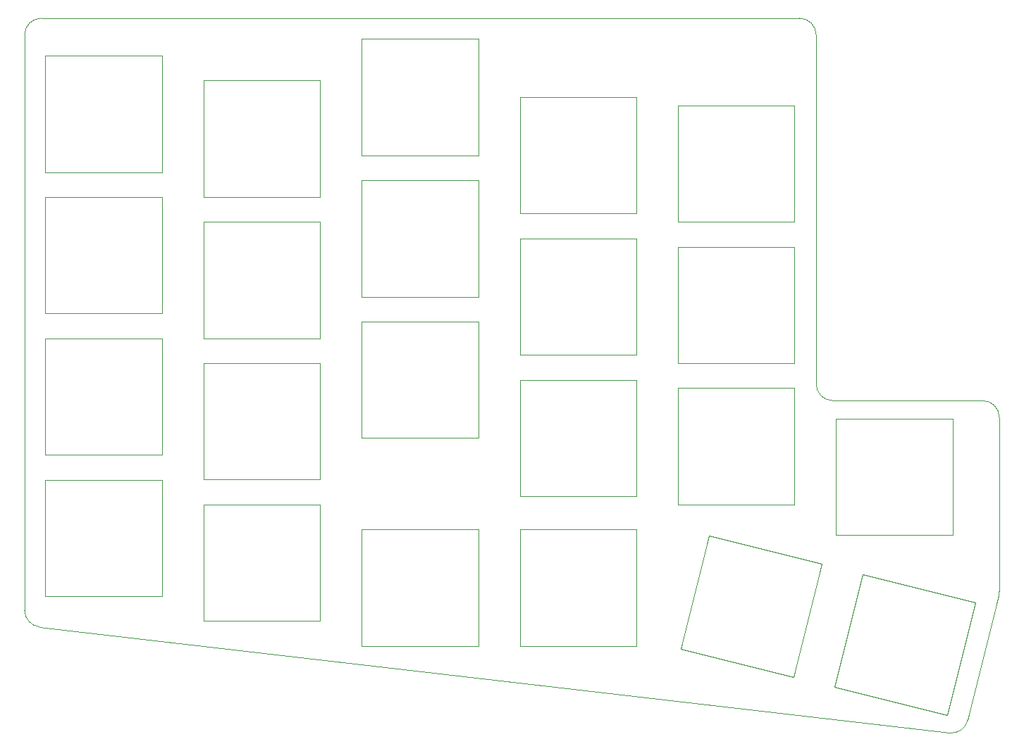
<source format=gbr>
%TF.GenerationSoftware,KiCad,Pcbnew,(5.1.0)-1*%
%TF.CreationDate,2021-02-23T00:40:23+09:00*%
%TF.ProjectId,topplate,746f7070-6c61-4746-952e-6b696361645f,rev?*%
%TF.SameCoordinates,Original*%
%TF.FileFunction,Profile,NP*%
%FSLAX46Y46*%
G04 Gerber Fmt 4.6, Leading zero omitted, Abs format (unit mm)*
G04 Created by KiCad (PCBNEW (5.1.0)-1) date 2021-02-23 00:40:23*
%MOMM*%
%LPD*%
G04 APERTURE LIST*
%ADD10C,0.050000*%
G04 APERTURE END LIST*
D10*
X162218119Y-122276769D02*
X158831212Y-135860909D01*
X158831212Y-135860909D02*
X172415352Y-139247816D01*
X180658119Y-126866769D02*
X194242259Y-130253676D01*
X180658119Y-126866769D02*
X177271212Y-140450909D01*
X177271212Y-140450909D02*
X190855352Y-143837816D01*
X194242259Y-130253676D02*
X190855352Y-143837816D01*
X162218119Y-122276769D02*
X175802259Y-125663676D01*
X175802259Y-125663676D02*
X172415352Y-139247816D01*
X177500000Y-108180000D02*
X191500000Y-108180000D01*
X177500000Y-122180000D02*
X191500000Y-122180000D01*
X191500000Y-108180000D02*
X191500000Y-122180000D01*
X177500000Y-108180000D02*
X177500000Y-122180000D01*
X139500000Y-121500000D02*
X153500000Y-121500000D01*
X139500000Y-135500000D02*
X153500000Y-135500000D01*
X153500000Y-121500000D02*
X153500000Y-135500000D01*
X139500000Y-121500000D02*
X139500000Y-135500000D01*
X158500000Y-104500000D02*
X172500000Y-104500000D01*
X158500000Y-118500000D02*
X172500000Y-118500000D01*
X172500000Y-104500000D02*
X172500000Y-118500000D01*
X158500000Y-104500000D02*
X158500000Y-118500000D01*
X158500000Y-87500000D02*
X172500000Y-87500000D01*
X158500000Y-101500000D02*
X172500000Y-101500000D01*
X172500000Y-87500000D02*
X172500000Y-101500000D01*
X158500000Y-87500000D02*
X158500000Y-101500000D01*
X158500000Y-70500000D02*
X172500000Y-70500000D01*
X158500000Y-84500000D02*
X172500000Y-84500000D01*
X172500000Y-70500000D02*
X172500000Y-84500000D01*
X158500000Y-70500000D02*
X158500000Y-84500000D01*
X139500000Y-103500000D02*
X153500000Y-103500000D01*
X139500000Y-117500000D02*
X153500000Y-117500000D01*
X153500000Y-103500000D02*
X153500000Y-117500000D01*
X139500000Y-103500000D02*
X139500000Y-117500000D01*
X139500000Y-86500000D02*
X153500000Y-86500000D01*
X139500000Y-100500000D02*
X153500000Y-100500000D01*
X153500000Y-86500000D02*
X153500000Y-100500000D01*
X139500000Y-86500000D02*
X139500000Y-100500000D01*
X139500000Y-69500000D02*
X153500000Y-69500000D01*
X139500000Y-83500000D02*
X153500000Y-83500000D01*
X153500000Y-69500000D02*
X153500000Y-83500000D01*
X139500000Y-69500000D02*
X139500000Y-83500000D01*
X120500000Y-121500000D02*
X134500000Y-121500000D01*
X120500000Y-135500000D02*
X134500000Y-135500000D01*
X134500000Y-121500000D02*
X134500000Y-135500000D01*
X120500000Y-121500000D02*
X120500000Y-135500000D01*
X120500000Y-96500000D02*
X134500000Y-96500000D01*
X120500000Y-110500000D02*
X134500000Y-110500000D01*
X134500000Y-96500000D02*
X134500000Y-110500000D01*
X120500000Y-96500000D02*
X120500000Y-110500000D01*
X120500000Y-79500000D02*
X134500000Y-79500000D01*
X120500000Y-93500000D02*
X134500000Y-93500000D01*
X134500000Y-79500000D02*
X134500000Y-93500000D01*
X120500000Y-79500000D02*
X120500000Y-93500000D01*
X120500000Y-62500000D02*
X134500000Y-62500000D01*
X120500000Y-76500000D02*
X134500000Y-76500000D01*
X134500000Y-62500000D02*
X134500000Y-76500000D01*
X120500000Y-62500000D02*
X120500000Y-76500000D01*
X101500000Y-118500000D02*
X115500000Y-118500000D01*
X101500000Y-132500000D02*
X115500000Y-132500000D01*
X115500000Y-118500000D02*
X115500000Y-132500000D01*
X101500000Y-118500000D02*
X101500000Y-132500000D01*
X101500000Y-101500000D02*
X115500000Y-101500000D01*
X101500000Y-115500000D02*
X115500000Y-115500000D01*
X115500000Y-101500000D02*
X115500000Y-115500000D01*
X101500000Y-101500000D02*
X101500000Y-115500000D01*
X101500000Y-84500000D02*
X115500000Y-84500000D01*
X101500000Y-98500000D02*
X115500000Y-98500000D01*
X115500000Y-84500000D02*
X115500000Y-98500000D01*
X101500000Y-84500000D02*
X101500000Y-98500000D01*
X101500000Y-67500000D02*
X115500000Y-67500000D01*
X101500000Y-81500000D02*
X115500000Y-81500000D01*
X115500000Y-67500000D02*
X115500000Y-81500000D01*
X101500000Y-67500000D02*
X101500000Y-81500000D01*
X82500000Y-115520000D02*
X96500000Y-115520000D01*
X82500000Y-129520000D02*
X96500000Y-129520000D01*
X96500000Y-115520000D02*
X96500000Y-129520000D01*
X82500000Y-115520000D02*
X82500000Y-129520000D01*
X82500000Y-98520000D02*
X96500000Y-98520000D01*
X82500000Y-112520000D02*
X96500000Y-112520000D01*
X96500000Y-98520000D02*
X96500000Y-112520000D01*
X82500000Y-98520000D02*
X82500000Y-112520000D01*
X82500000Y-81520000D02*
X96500000Y-81520000D01*
X82500000Y-95520000D02*
X96500000Y-95520000D01*
X96500000Y-81520000D02*
X96500000Y-95520000D01*
X82500000Y-81520000D02*
X82500000Y-95520000D01*
X82500000Y-78520000D02*
X96500000Y-78520000D01*
X82500000Y-64520000D02*
X82500000Y-78520000D01*
X96500000Y-64520000D02*
X96500000Y-78520000D01*
X82500000Y-64520000D02*
X96500000Y-64520000D01*
X80000000Y-131220000D02*
X80000000Y-62000000D01*
X191120001Y-145969999D02*
X81770373Y-133206774D01*
X197039999Y-129429999D02*
X193295182Y-144458813D01*
X197100000Y-108000000D02*
X197100924Y-128939999D01*
X177100000Y-106000000D02*
X195100000Y-106000000D01*
X175100000Y-62000000D02*
X175100000Y-104000000D01*
X82000000Y-60000000D02*
X173100000Y-60000000D01*
X81770373Y-133206774D02*
G75*
G02X80000000Y-131220000I229627J1986774D01*
G01*
X193295182Y-144458813D02*
G75*
G02X191120001Y-145969999I-1945182J478813D01*
G01*
X197100924Y-128939999D02*
G75*
G02X197039999Y-129429999I-2000924J-1D01*
G01*
X195100000Y-106000000D02*
G75*
G02X197100000Y-108000000I0J-2000000D01*
G01*
X177100000Y-106000000D02*
G75*
G02X175100000Y-104000000I0J2000000D01*
G01*
X173100000Y-60000000D02*
G75*
G02X175100000Y-62000000I0J-2000000D01*
G01*
X80000000Y-62000000D02*
G75*
G02X82000000Y-60000000I2000000J0D01*
G01*
M02*

</source>
